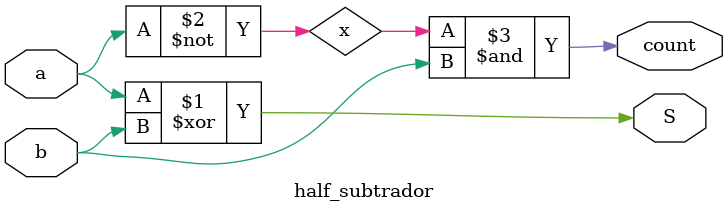
<source format=sv>
module half_subtrador#(parameter N=4)(a,b,S,count);

	input a,b;
	output S;
	output count;
	wire x;
	assign S = a ^ b;
	assign x = ~a;
	assign count = x & b;
endmodule
</source>
